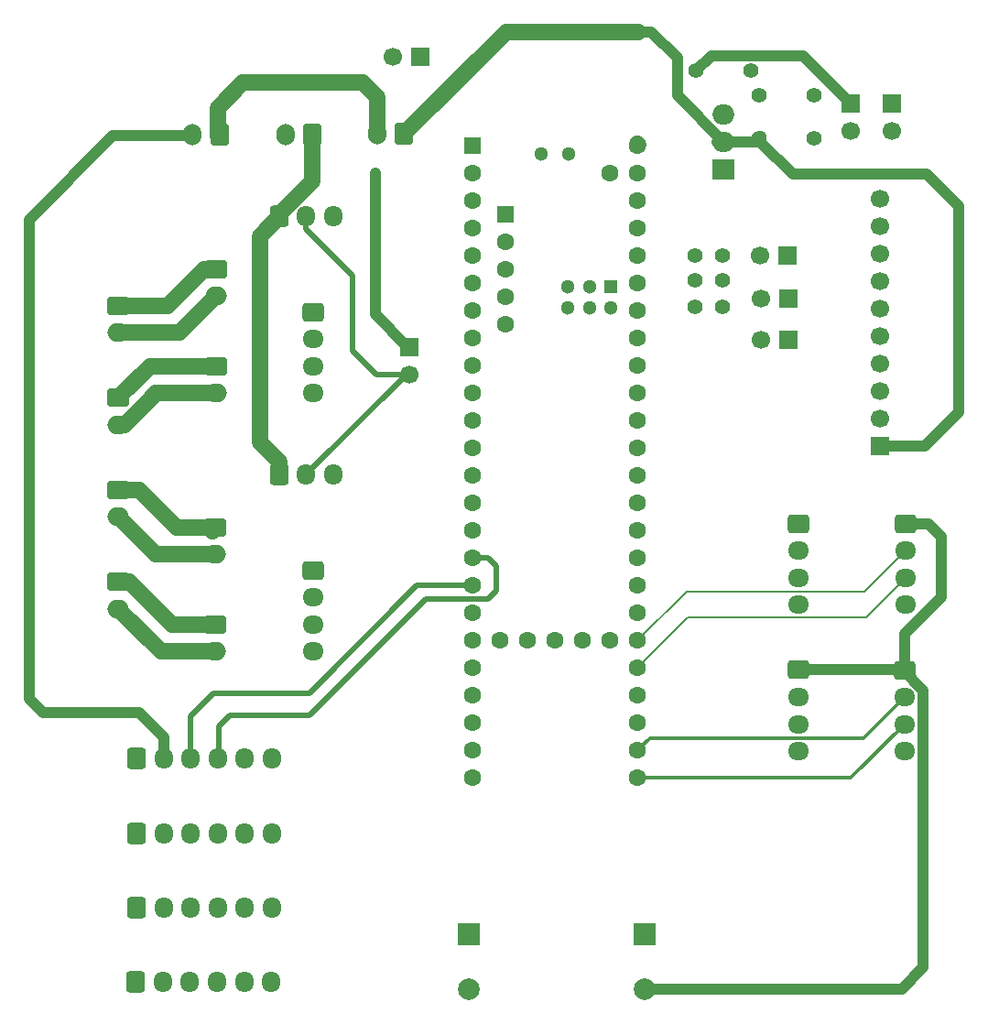
<source format=gbr>
%TF.GenerationSoftware,KiCad,Pcbnew,9.0.7-9.0.7~ubuntu22.04.1*%
%TF.CreationDate,2026-02-24T23:57:18+05:30*%
%TF.ProjectId,diff_drive_pcb,64696666-5f64-4726-9976-655f7063622e,V2.2*%
%TF.SameCoordinates,Original*%
%TF.FileFunction,Copper,L2,Bot*%
%TF.FilePolarity,Positive*%
%FSLAX46Y46*%
G04 Gerber Fmt 4.6, Leading zero omitted, Abs format (unit mm)*
G04 Created by KiCad (PCBNEW 9.0.7-9.0.7~ubuntu22.04.1) date 2026-02-24 23:57:18*
%MOMM*%
%LPD*%
G01*
G04 APERTURE LIST*
G04 Aperture macros list*
%AMRoundRect*
0 Rectangle with rounded corners*
0 $1 Rounding radius*
0 $2 $3 $4 $5 $6 $7 $8 $9 X,Y pos of 4 corners*
0 Add a 4 corners polygon primitive as box body*
4,1,4,$2,$3,$4,$5,$6,$7,$8,$9,$2,$3,0*
0 Add four circle primitives for the rounded corners*
1,1,$1+$1,$2,$3*
1,1,$1+$1,$4,$5*
1,1,$1+$1,$6,$7*
1,1,$1+$1,$8,$9*
0 Add four rect primitives between the rounded corners*
20,1,$1+$1,$2,$3,$4,$5,0*
20,1,$1+$1,$4,$5,$6,$7,0*
20,1,$1+$1,$6,$7,$8,$9,0*
20,1,$1+$1,$8,$9,$2,$3,0*%
G04 Aperture macros list end*
%TA.AperFunction,ComponentPad*%
%ADD10R,1.700000X1.700000*%
%TD*%
%TA.AperFunction,ComponentPad*%
%ADD11C,1.700000*%
%TD*%
%TA.AperFunction,ComponentPad*%
%ADD12RoundRect,0.250000X-0.725000X0.600000X-0.725000X-0.600000X0.725000X-0.600000X0.725000X0.600000X0*%
%TD*%
%TA.AperFunction,ComponentPad*%
%ADD13O,1.950000X1.700000*%
%TD*%
%TA.AperFunction,ComponentPad*%
%ADD14O,1.700000X1.950000*%
%TD*%
%TA.AperFunction,ComponentPad*%
%ADD15RoundRect,0.250000X-0.750000X0.600000X-0.750000X-0.600000X0.750000X-0.600000X0.750000X0.600000X0*%
%TD*%
%TA.AperFunction,ComponentPad*%
%ADD16O,2.000000X1.700000*%
%TD*%
%TA.AperFunction,ComponentPad*%
%ADD17RoundRect,0.250000X-0.600000X-0.725000X0.600000X-0.725000X0.600000X0.725000X-0.600000X0.725000X0*%
%TD*%
%TA.AperFunction,ComponentPad*%
%ADD18C,1.400000*%
%TD*%
%TA.AperFunction,ComponentPad*%
%ADD19C,2.000000*%
%TD*%
%TA.AperFunction,ComponentPad*%
%ADD20R,2.000000X2.000000*%
%TD*%
%TA.AperFunction,ComponentPad*%
%ADD21O,2.000000X1.905000*%
%TD*%
%TA.AperFunction,ComponentPad*%
%ADD22R,2.000000X1.905000*%
%TD*%
%TA.AperFunction,ComponentPad*%
%ADD23C,1.300000*%
%TD*%
%TA.AperFunction,ComponentPad*%
%ADD24R,1.300000X1.300000*%
%TD*%
%TA.AperFunction,ComponentPad*%
%ADD25C,1.600000*%
%TD*%
%TA.AperFunction,ComponentPad*%
%ADD26R,1.600000X1.600000*%
%TD*%
%TA.AperFunction,ComponentPad*%
%ADD27O,1.700000X2.000000*%
%TD*%
%TA.AperFunction,ComponentPad*%
%ADD28RoundRect,0.250000X0.600000X0.750000X-0.600000X0.750000X-0.600000X-0.750000X0.600000X-0.750000X0*%
%TD*%
%TA.AperFunction,ViaPad*%
%ADD29C,0.600000*%
%TD*%
%TA.AperFunction,ViaPad*%
%ADD30C,0.900000*%
%TD*%
%TA.AperFunction,Conductor*%
%ADD31C,1.500000*%
%TD*%
%TA.AperFunction,Conductor*%
%ADD32C,1.000000*%
%TD*%
%TA.AperFunction,Conductor*%
%ADD33C,0.500000*%
%TD*%
%TA.AperFunction,Conductor*%
%ADD34C,0.200000*%
%TD*%
%TA.AperFunction,Conductor*%
%ADD35C,0.300000*%
%TD*%
G04 APERTURE END LIST*
D10*
%TO.P,J11,1,Pin_1*%
%TO.N,uC_pwr*%
X141190000Y-64150000D03*
D11*
%TO.P,J11,2,Pin_2*%
%TO.N,+5V*%
X138650000Y-64150000D03*
%TD*%
D10*
%TO.P,J13,1,Pin_1*%
%TO.N,GND*%
X140180000Y-90990000D03*
D11*
%TO.P,J13,2,Pin_2*%
%TO.N,/Brk_sw*%
X140180000Y-93530000D03*
%TD*%
D12*
%TO.P,U1,1,M1A*%
%TO.N,M1_ctrl_A*%
X131270000Y-87780000D03*
D13*
%TO.P,U1,2,M1B*%
%TO.N,M1_ctrl_B*%
X131270000Y-90280000D03*
D14*
%TO.P,U1,4,GND*%
%TO.N,/Brk_sw*%
X130640000Y-78940000D03*
D13*
%TO.P,U1,5,M2A*%
%TO.N,M2_ctrl_A*%
X131270000Y-92780000D03*
%TO.P,U1,6,M2B*%
%TO.N,M2_ctrl_B*%
X131270000Y-95280000D03*
D15*
%TO.P,U1,7,M1+*%
%TO.N,/M1+*%
X122280000Y-83790000D03*
D16*
%TO.P,U1,8,M1-*%
%TO.N,/M1-*%
X122280000Y-86290000D03*
D15*
%TO.P,U1,9,M2+*%
%TO.N,/M2+*%
X122280000Y-92780000D03*
D16*
%TO.P,U1,10,M2-*%
%TO.N,/M2-*%
X122280000Y-95280000D03*
D17*
%TO.P,U1,11,+12V*%
%TO.N,+12V*%
X128140000Y-78940000D03*
D14*
%TO.P,U1,12,PGND*%
%TO.N,GND1*%
X133140000Y-78940000D03*
%TD*%
D12*
%TO.P,U2,1,M1A*%
%TO.N,M3_ctrl_A*%
X131250000Y-111635000D03*
D13*
%TO.P,U2,2,M1B*%
%TO.N,M3_ctrl_B*%
X131250000Y-114135000D03*
D14*
%TO.P,U2,4,GND*%
%TO.N,/Brk_sw*%
X130620000Y-102795000D03*
D13*
%TO.P,U2,5,M2A*%
%TO.N,M4_ctrl_A*%
X131250000Y-116635000D03*
%TO.P,U2,6,M2B*%
%TO.N,M4_ctrl_B*%
X131250000Y-119135000D03*
D15*
%TO.P,U2,7,M1+*%
%TO.N,/M3+*%
X122260000Y-107645000D03*
D16*
%TO.P,U2,8,M1-*%
%TO.N,/M3-*%
X122260000Y-110145000D03*
D15*
%TO.P,U2,9,M2+*%
%TO.N,/M4+*%
X122260000Y-116635000D03*
D16*
%TO.P,U2,10,M2-*%
%TO.N,/M4-*%
X122260000Y-119135000D03*
D17*
%TO.P,U2,11,+12V*%
%TO.N,+12V*%
X128120000Y-102795000D03*
D14*
%TO.P,U2,12,PGND*%
%TO.N,GND1*%
X133120000Y-102795000D03*
%TD*%
D11*
%TO.P,D4,2,A*%
%TO.N,Net-(D4-A)*%
X172645000Y-86560000D03*
D10*
%TO.P,D4,1,K*%
%TO.N,GND*%
X175185000Y-86560000D03*
%TD*%
D18*
%TO.P,R5,2*%
%TO.N,Net-(D6-A)*%
X177580000Y-67710000D03*
%TO.P,R5,1*%
%TO.N,+5V*%
X172500000Y-67710000D03*
%TD*%
%TO.P,R6,2*%
%TO.N,Net-(D7-A)*%
X177580000Y-71710000D03*
%TO.P,R6,1*%
%TO.N,+5V*%
X172500000Y-71710000D03*
%TD*%
%TO.P,R3,2*%
%TO.N,Net-(D5-A)*%
X169105000Y-87240000D03*
%TO.P,R3,1*%
%TO.N,STATUS_LED3*%
X166565000Y-87240000D03*
%TD*%
D11*
%TO.P,D7,2,A*%
%TO.N,Net-(D7-A)*%
X184750000Y-71000000D03*
D10*
%TO.P,D7,1,K*%
%TO.N,GND*%
X184750000Y-68460000D03*
%TD*%
D18*
%TO.P,R2,2*%
%TO.N,Net-(D4-A)*%
X169125000Y-84840000D03*
%TO.P,R2,1*%
%TO.N,STATUS_LED2*%
X166585000Y-84840000D03*
%TD*%
D11*
%TO.P,D5,2,A*%
%TO.N,Net-(D5-A)*%
X172665000Y-90290000D03*
D10*
%TO.P,D5,1,K*%
%TO.N,GND*%
X175205000Y-90290000D03*
%TD*%
D18*
%TO.P,R4,2*%
%TO.N,GND*%
X166670000Y-65460000D03*
%TO.P,R4,1*%
%TO.N,HEADLIGHTS*%
X171750000Y-65460000D03*
%TD*%
D19*
%TO.P,BZ1,2,-*%
%TO.N,GND*%
X145680000Y-150320000D03*
D20*
%TO.P,BZ1,1,+*%
%TO.N,Buzzer_ctl*%
X145680000Y-145320000D03*
%TD*%
D21*
%TO.P,Q2,3,S*%
%TO.N,GND*%
X169250000Y-69460000D03*
%TO.P,Q2,2,D*%
%TO.N,+5V*%
X169250000Y-72000000D03*
D22*
%TO.P,Q2,1,G*%
%TO.N,HEADLIGHTS*%
X169250000Y-74540000D03*
%TD*%
D23*
%TO.P,U3,67,D+*%
%TO.N,unconnected-(U3-D+-Pad67)*%
X152370000Y-73150000D03*
%TO.P,U3,66,D-*%
%TO.N,unconnected-(U3-D--Pad66)*%
X154910000Y-73150000D03*
%TO.P,U3,65,R-*%
%TO.N,unconnected-(U3-R--Pad65)*%
X158821600Y-87390000D03*
%TO.P,U3,64,GND*%
%TO.N,unconnected-(U3-GND-Pad64)*%
X156821600Y-87390000D03*
%TO.P,U3,63,T+*%
%TO.N,unconnected-(U3-T+-Pad63)*%
X154821600Y-87390000D03*
%TO.P,U3,62,T-*%
%TO.N,unconnected-(U3-T--Pad62)*%
X154821600Y-85390000D03*
%TO.P,U3,61,LED*%
%TO.N,unconnected-(U3-LED-Pad61)*%
X156821600Y-85390000D03*
D24*
%TO.P,U3,60,R+*%
%TO.N,unconnected-(U3-R+-Pad60)*%
X158821600Y-85390000D03*
D25*
%TO.P,U3,59,GND*%
%TO.N,unconnected-(U3-GND-Pad59)*%
X149070800Y-88879200D03*
%TO.P,U3,58,GND*%
%TO.N,unconnected-(U3-GND-Pad58)*%
X149070800Y-86339200D03*
%TO.P,U3,57,D+*%
%TO.N,unconnected-(U3-D+-Pad57)*%
X149070800Y-83799200D03*
%TO.P,U3,56,D-*%
%TO.N,unconnected-(U3-D--Pad56)*%
X149070800Y-81259200D03*
D26*
%TO.P,U3,55,5V*%
%TO.N,unconnected-(U3-5V-Pad55)*%
X149070800Y-78719200D03*
D25*
%TO.P,U3,54,ON_OFF*%
%TO.N,unconnected-(U3-ON_OFF-Pad54)*%
X158720000Y-118140000D03*
%TO.P,U3,53,PROGRAM*%
%TO.N,unconnected-(U3-PROGRAM-Pad53)*%
X156180000Y-118140000D03*
%TO.P,U3,52,GND*%
%TO.N,unconnected-(U3-GND-Pad52)*%
X153640000Y-118140000D03*
%TO.P,U3,51,3V3*%
%TO.N,unconnected-(U3-3V3-Pad51)*%
X151100000Y-118140000D03*
%TO.P,U3,50,VBAT*%
%TO.N,unconnected-(U3-VBAT-Pad50)*%
X148560000Y-118140000D03*
%TO.P,U3,49,VUSB*%
%TO.N,unconnected-(U3-VUSB-Pad49)*%
X158720000Y-74960000D03*
%TO.P,U3,48,VIN*%
%TO.N,uC_pwr*%
X161260000Y-72420000D03*
%TO.P,U3,47,GND*%
%TO.N,unconnected-(U3-GND-Pad47)*%
X161260000Y-74960000D03*
%TO.P,U3,46,3V3*%
%TO.N,+3V3*%
X161260000Y-77500000D03*
%TO.P,U3,45,23_A9_CRX1_MCLK1*%
%TO.N,unconnected-(U3-23_A9_CRX1_MCLK1-Pad45)*%
X161260000Y-80040000D03*
%TO.P,U3,44,22_A8_CTX1*%
%TO.N,HEADLIGHTS*%
X161260000Y-82580000D03*
%TO.P,U3,43,21_A7_RX5_BCLK1*%
%TO.N,STATUS_LED1*%
X161260000Y-85120000D03*
%TO.P,U3,42,20_A6_TX5_LRCLK1*%
%TO.N,STATUS_LED2*%
X161260000Y-87660000D03*
%TO.P,U3,41,19_A5_SCL*%
%TO.N,STATUS_LED3*%
X161260000Y-90200000D03*
%TO.P,U3,40,18_A4_SDA*%
%TO.N,unconnected-(U3-18_A4_SDA-Pad40)*%
X161260000Y-92740000D03*
%TO.P,U3,39,17_A3_TX4_SDA1*%
%TO.N,MPU_SDA*%
X161260000Y-95280000D03*
%TO.P,U3,38,16_A2_RX4_SCL1*%
%TO.N,MPU_SCL*%
X161260000Y-97820000D03*
%TO.P,U3,37,15_A1_RX3_SPDIF_IN*%
%TO.N,unconnected-(U3-15_A1_RX3_SPDIF_IN-Pad37)*%
X161260000Y-100360000D03*
%TO.P,U3,36,14_A0_TX3_SPDIF_OUT*%
%TO.N,unconnected-(U3-14_A0_TX3_SPDIF_OUT-Pad36)*%
X161260000Y-102900000D03*
%TO.P,U3,35,13_SCK_LED*%
%TO.N,unconnected-(U3-13_SCK_LED-Pad35)*%
X161260000Y-105440000D03*
%TO.P,U3,34,GND*%
%TO.N,unconnected-(U3-GND-Pad34)*%
X161260000Y-107980000D03*
%TO.P,U3,33,41_A17*%
%TO.N,unconnected-(U3-41_A17-Pad33)*%
X161260000Y-110520000D03*
%TO.P,U3,32,40_A16*%
%TO.N,M1_encB*%
X161260000Y-113060000D03*
%TO.P,U3,31,39_MISO1_OUT1A*%
%TO.N,M1_encA*%
X161260000Y-115600000D03*
%TO.P,U3,30,38_CS1_IN1*%
%TO.N,M2_encB*%
X161260000Y-118140000D03*
%TO.P,U3,29,37_CS*%
%TO.N,M2_encA*%
X161260000Y-120680000D03*
%TO.P,U3,28,36_CS*%
%TO.N,M3_encB*%
X161260000Y-123220000D03*
%TO.P,U3,27,35_TX8*%
%TO.N,M3_encA*%
X161260000Y-125760000D03*
%TO.P,U3,26,34_RX8*%
%TO.N,M4_encB*%
X161260000Y-128300000D03*
%TO.P,U3,25,33_MCLK2*%
%TO.N,M4_encA*%
X161260000Y-130840000D03*
%TO.P,U3,24,32_OUT1B*%
%TO.N,unconnected-(U3-32_OUT1B-Pad24)*%
X146020000Y-130840000D03*
%TO.P,U3,23,31_CTX3*%
%TO.N,Buzzer_ctl*%
X146020000Y-128300000D03*
%TO.P,U3,22,30_CRX3*%
%TO.N,XSHUT4*%
X146020000Y-125760000D03*
%TO.P,U3,21,29_TX7*%
%TO.N,XSHUT3*%
X146020000Y-123220000D03*
%TO.P,U3,20,28_RX7*%
%TO.N,XSHUT2*%
X146020000Y-120680000D03*
%TO.P,U3,19,27_A13_SCK1*%
%TO.N,XSHUT1*%
X146020000Y-118140000D03*
%TO.P,U3,18,26_A12_MOSI1*%
%TO.N,unconnected-(U3-26_A12_MOSI1-Pad18)*%
X146020000Y-115600000D03*
%TO.P,U3,17,25_A11_RX6_SDA2*%
%TO.N,TOF_SDA*%
X146020000Y-113060000D03*
%TO.P,U3,16,24_A10_TX6_SCL2*%
%TO.N,TOF_SCL*%
X146020000Y-110520000D03*
%TO.P,U3,15,3V3*%
%TO.N,unconnected-(U3-3V3-Pad15)*%
X146020000Y-107980000D03*
%TO.P,U3,14,12_MISO_MQSL*%
%TO.N,M4_ctrl_B*%
X146020000Y-105440000D03*
%TO.P,U3,13,11_MOSI_CTX1*%
%TO.N,M4_ctrl_A*%
X146020000Y-102900000D03*
%TO.P,U3,12,10_CS_MQSR*%
%TO.N,M3_ctrl_B*%
X146020000Y-100360000D03*
%TO.P,U3,11,9_OUT1C*%
%TO.N,M3_ctrl_A*%
X146020000Y-97820000D03*
%TO.P,U3,10,8_TX2_IN1*%
%TO.N,unconnected-(U3-8_TX2_IN1-Pad10)*%
X146020000Y-95280000D03*
%TO.P,U3,9,7_RX2_OUT1A*%
%TO.N,unconnected-(U3-7_RX2_OUT1A-Pad9)*%
X146020000Y-92740000D03*
%TO.P,U3,8,6_OUT1D*%
%TO.N,M2_ctrl_B*%
X146020000Y-90200000D03*
%TO.P,U3,7,5_IN2*%
%TO.N,M2_ctrl_A*%
X146020000Y-87660000D03*
%TO.P,U3,6,4_BCLK2*%
%TO.N,M1_ctrl_B*%
X146020000Y-85120000D03*
%TO.P,U3,5,3_LRCLK2*%
%TO.N,M1_ctrl_A*%
X146020000Y-82580000D03*
%TO.P,U3,4,2_OUT2*%
%TO.N,unconnected-(U3-2_OUT2-Pad4)*%
X146020000Y-80040000D03*
%TO.P,U3,3,1_TX1_CTX2_MISO1*%
%TO.N,unconnected-(U3-1_TX1_CTX2_MISO1-Pad3)*%
X146020000Y-77500000D03*
%TO.P,U3,2,0_RX1_CRX2_CS1*%
%TO.N,unconnected-(U3-0_RX1_CRX2_CS1-Pad2)*%
X146020000Y-74960000D03*
D26*
%TO.P,U3,1,GND*%
%TO.N,GND*%
X146020000Y-72420000D03*
%TD*%
D19*
%TO.P,BZ3,2,-*%
%TO.N,GND*%
X161930000Y-150320000D03*
D20*
%TO.P,BZ3,1,+*%
%TO.N,Buzzer_ctl*%
X161930000Y-145320000D03*
%TD*%
D11*
%TO.P,D6,2,A*%
%TO.N,Net-(D6-A)*%
X181000000Y-71000000D03*
D10*
%TO.P,D6,1,K*%
%TO.N,GND*%
X181000000Y-68460000D03*
%TD*%
D11*
%TO.P,D3,2,A*%
%TO.N,Net-(D3-A)*%
X172630000Y-82560000D03*
D10*
%TO.P,D3,1,K*%
%TO.N,GND*%
X175170000Y-82560000D03*
%TD*%
D18*
%TO.P,R1,2*%
%TO.N,Net-(D3-A)*%
X169145000Y-82560000D03*
%TO.P,R1,1*%
%TO.N,STATUS_LED1*%
X166605000Y-82560000D03*
%TD*%
D27*
%TO.P,J10,2,Pin_2*%
%TO.N,GND1*%
X128700000Y-71365000D03*
D28*
%TO.P,J10,1,Pin_1*%
%TO.N,+12V*%
X131200000Y-71365000D03*
%TD*%
D27*
%TO.P,J12,2,Pin_2*%
%TO.N,mc_power*%
X137188000Y-71307000D03*
D28*
%TO.P,J12,1,Pin_1*%
%TO.N,+5V*%
X139688000Y-71307000D03*
%TD*%
D27*
%TO.P,J9,2,Pin_2*%
%TO.N,GND*%
X120128000Y-71367000D03*
D28*
%TO.P,J9,1,Pin_1*%
%TO.N,mc_power*%
X122628000Y-71367000D03*
%TD*%
D16*
%TO.P,J7,2,Pin_2*%
%TO.N,/M4-*%
X113260000Y-115190000D03*
D15*
%TO.P,J7,1,Pin_1*%
%TO.N,/M4+*%
X113260000Y-112690000D03*
%TD*%
D16*
%TO.P,J5,2,Pin_2*%
%TO.N,/M3-*%
X113260000Y-106690000D03*
D15*
%TO.P,J5,1,Pin_1*%
%TO.N,/M3+*%
X113260000Y-104190000D03*
%TD*%
D16*
%TO.P,J3,2,Pin_2*%
%TO.N,/M2-*%
X113260000Y-98190000D03*
D15*
%TO.P,J3,1,Pin_1*%
%TO.N,/M2+*%
X113260000Y-95690000D03*
%TD*%
D16*
%TO.P,J1,2,Pin_2*%
%TO.N,/M1-*%
X113260000Y-89690000D03*
D15*
%TO.P,J1,1,Pin_1*%
%TO.N,/M1+*%
X113260000Y-87190000D03*
%TD*%
D13*
%TO.P,J2,4,Pin_4*%
%TO.N,+5V*%
X176128000Y-114839000D03*
%TO.P,J2,3,Pin_3*%
%TO.N,M1_encA*%
X176128000Y-112339000D03*
%TO.P,J2,2,Pin_2*%
%TO.N,M1_encB*%
X176128000Y-109839000D03*
D12*
%TO.P,J2,1,Pin_1*%
%TO.N,GND*%
X176128000Y-107339000D03*
%TD*%
D13*
%TO.P,J4,4,Pin_4*%
%TO.N,+5V*%
X186034000Y-114839000D03*
%TO.P,J4,3,Pin_3*%
%TO.N,M2_encA*%
X186034000Y-112339000D03*
%TO.P,J4,2,Pin_2*%
%TO.N,M2_encB*%
X186034000Y-109839000D03*
D12*
%TO.P,J4,1,Pin_1*%
%TO.N,GND*%
X186034000Y-107339000D03*
%TD*%
D13*
%TO.P,J6,4,Pin_4*%
%TO.N,+5V*%
X176120000Y-128350000D03*
%TO.P,J6,3,Pin_3*%
%TO.N,M3_encA*%
X176120000Y-125850000D03*
%TO.P,J6,2,Pin_2*%
%TO.N,M3_encB*%
X176120000Y-123350000D03*
D12*
%TO.P,J6,1,Pin_1*%
%TO.N,GND*%
X176120000Y-120850000D03*
%TD*%
D13*
%TO.P,J8,4,Pin_4*%
%TO.N,+5V*%
X185990000Y-128360000D03*
%TO.P,J8,3,Pin_3*%
%TO.N,M4_encA*%
X185990000Y-125860000D03*
%TO.P,J8,2,Pin_2*%
%TO.N,M4_encB*%
X185990000Y-123360000D03*
D12*
%TO.P,J8,1,Pin_1*%
%TO.N,GND*%
X185990000Y-120860000D03*
%TD*%
D14*
%TO.P,U4,6,XSHUT*%
%TO.N,XSHUT1*%
X127460000Y-129020000D03*
%TO.P,U4,5,GPIO1*%
%TO.N,unconnected-(U4-GPIO1-Pad5)*%
X124960000Y-129020000D03*
%TO.P,U4,4,SCL*%
%TO.N,TOF_SCL*%
X122460000Y-129020000D03*
%TO.P,U4,3,SDA*%
%TO.N,TOF_SDA*%
X119960000Y-129020000D03*
%TO.P,U4,2,GND*%
%TO.N,GND*%
X117460000Y-129020000D03*
D17*
%TO.P,U4,1,VCC*%
%TO.N,+5V*%
X114960000Y-129020000D03*
%TD*%
D14*
%TO.P,U5,6,XSHUT*%
%TO.N,XSHUT3*%
X127460000Y-142800000D03*
%TO.P,U5,5,GPIO1*%
%TO.N,unconnected-(U5-GPIO1-Pad5)*%
X124960000Y-142800000D03*
%TO.P,U5,4,SCL*%
%TO.N,TOF_SCL*%
X122460000Y-142800000D03*
%TO.P,U5,3,SDA*%
%TO.N,TOF_SDA*%
X119960000Y-142800000D03*
%TO.P,U5,2,GND*%
%TO.N,GND*%
X117460000Y-142800000D03*
D17*
%TO.P,U5,1,VCC*%
%TO.N,+5V*%
X114960000Y-142800000D03*
%TD*%
D14*
%TO.P,U6,6,XSHUT*%
%TO.N,XSHUT2*%
X127460000Y-135950000D03*
%TO.P,U6,5,GPIO1*%
%TO.N,unconnected-(U6-GPIO1-Pad5)*%
X124960000Y-135950000D03*
%TO.P,U6,4,SCL*%
%TO.N,TOF_SCL*%
X122460000Y-135950000D03*
%TO.P,U6,3,SDA*%
%TO.N,TOF_SDA*%
X119960000Y-135950000D03*
%TO.P,U6,2,GND*%
%TO.N,GND*%
X117460000Y-135950000D03*
D17*
%TO.P,U6,1,VCC*%
%TO.N,+5V*%
X114960000Y-135950000D03*
%TD*%
D14*
%TO.P,U7,6,XSHUT*%
%TO.N,XSHUT4*%
X127390000Y-149660000D03*
%TO.P,U7,5,GPIO1*%
%TO.N,unconnected-(U7-GPIO1-Pad5)*%
X124890000Y-149660000D03*
%TO.P,U7,4,SCL*%
%TO.N,TOF_SCL*%
X122390000Y-149660000D03*
%TO.P,U7,3,SDA*%
%TO.N,TOF_SDA*%
X119890000Y-149660000D03*
%TO.P,U7,2,GND*%
%TO.N,GND*%
X117390000Y-149660000D03*
D17*
%TO.P,U7,1,VCC*%
%TO.N,+5V*%
X114890000Y-149660000D03*
%TD*%
D11*
%TO.P,U8,10,FSYNC*%
%TO.N,unconnected-(U8-FSYNC-Pad10)*%
X183730000Y-77330000D03*
%TO.P,U8,9,NCS*%
%TO.N,unconnected-(U8-NCS-Pad9)*%
X183730000Y-79870000D03*
%TO.P,U8,8,INT*%
%TO.N,unconnected-(U8-INT-Pad8)*%
X183730000Y-82410000D03*
%TO.P,U8,7,ADD*%
%TO.N,unconnected-(U8-ADD-Pad7)*%
X183730000Y-84950000D03*
%TO.P,U8,6,ECL*%
%TO.N,unconnected-(U8-ECL-Pad6)*%
X183730000Y-87490000D03*
%TO.P,U8,5,EDA*%
%TO.N,unconnected-(U8-EDA-Pad5)*%
X183730000Y-90030000D03*
%TO.P,U8,4,SDA*%
%TO.N,MPU_SDA*%
X183730000Y-92570000D03*
%TO.P,U8,3,SCL*%
%TO.N,MPU_SCL*%
X183730000Y-95110000D03*
%TO.P,U8,2,GND*%
%TO.N,GND*%
X183730000Y-97650000D03*
D10*
%TO.P,U8,1,VCC*%
%TO.N,+5V*%
X183730000Y-100190000D03*
%TD*%
D29*
%TO.N,GND*%
X137000000Y-74870000D03*
D30*
%TO.N,+5V*%
X186828000Y-100151000D03*
%TD*%
D31*
%TO.N,+5V*%
X139688000Y-71307000D02*
X149125000Y-61870000D01*
X149125000Y-61870000D02*
X161350000Y-61870000D01*
%TO.N,uC_pwr*%
X161350000Y-72330000D02*
X161260000Y-72420000D01*
D32*
%TO.N,+5V*%
X169250000Y-72000000D02*
X164940000Y-67690000D01*
X164940000Y-67690000D02*
X164940000Y-64257919D01*
X164940000Y-64257919D02*
X162552081Y-61870000D01*
X162552081Y-61870000D02*
X161350000Y-61870000D01*
D31*
X168952081Y-72000000D02*
X169250000Y-72000000D01*
D33*
%TO.N,TOF_SCL*%
X146020000Y-110520000D02*
X147490000Y-110520000D01*
X147490000Y-110520000D02*
X148210000Y-111240000D01*
X148210000Y-111240000D02*
X148210000Y-113520000D01*
X122566000Y-128914000D02*
X122460000Y-129020000D01*
X148210000Y-113520000D02*
X147419000Y-114311000D01*
X147419000Y-114311000D02*
X141665000Y-114311000D01*
X130933000Y-125043000D02*
X123582000Y-125043000D01*
X141665000Y-114311000D02*
X130933000Y-125043000D01*
X123582000Y-125043000D02*
X122566000Y-126059000D01*
X122566000Y-126059000D02*
X122566000Y-128914000D01*
%TO.N,TOF_SDA*%
X119960000Y-129020000D02*
X119960000Y-125109000D01*
X140884000Y-113060000D02*
X146020000Y-113060000D01*
X119960000Y-125109000D02*
X122058000Y-123011000D01*
X130933000Y-123011000D02*
X140884000Y-113060000D01*
X122058000Y-123011000D02*
X130933000Y-123011000D01*
D31*
%TO.N,+12V*%
X131200000Y-71365000D02*
X131200000Y-75708001D01*
X131200000Y-75708001D02*
X128140000Y-78768001D01*
X128140000Y-78768001D02*
X128140000Y-78940000D01*
X128140000Y-78940000D02*
X126360000Y-80720000D01*
X126360000Y-80720000D02*
X126360000Y-99790000D01*
X126360000Y-99790000D02*
X128120000Y-101550000D01*
X128120000Y-101550000D02*
X128120000Y-102795000D01*
D33*
%TO.N,/Brk_sw*%
X130640000Y-78940000D02*
X130640000Y-80120000D01*
X130640000Y-80120000D02*
X134930000Y-84410000D01*
X134930000Y-84410000D02*
X134930000Y-91380000D01*
X134930000Y-91380000D02*
X137090000Y-93540000D01*
X137090000Y-93540000D02*
X140000000Y-93540000D01*
X140000000Y-93540000D02*
X139875000Y-93540000D01*
X139875000Y-93540000D02*
X130620000Y-102795000D01*
D34*
X140000000Y-93500000D02*
X140330000Y-93170000D01*
X140000000Y-93540000D02*
X140000000Y-93500000D01*
D32*
%TO.N,GND*%
X140000000Y-91000000D02*
X137000000Y-88000000D01*
X137000000Y-88000000D02*
X137000000Y-74930000D01*
D31*
%TO.N,uC_pwr*%
X161260000Y-72420000D02*
X161260000Y-72180000D01*
D32*
%TO.N,+5V*%
X169250000Y-72000000D02*
X172632000Y-72000000D01*
X172632000Y-72000000D02*
X175632000Y-75000000D01*
X175632000Y-75000000D02*
X188000000Y-75000000D01*
X188000000Y-75000000D02*
X191000000Y-78000000D01*
X191000000Y-78000000D02*
X191000000Y-97000000D01*
X187810000Y-100190000D02*
X183730000Y-100190000D01*
X191000000Y-97000000D02*
X187810000Y-100190000D01*
%TO.N,GND*%
X120298000Y-71267000D02*
X120116000Y-71449000D01*
X105000000Y-123479000D02*
X106310000Y-124789000D01*
X106310000Y-124789000D02*
X115204000Y-124789000D01*
X115204000Y-124789000D02*
X117460000Y-127045000D01*
X117460000Y-127045000D02*
X117460000Y-129020000D01*
X120116000Y-71449000D02*
X112756000Y-71449000D01*
X112756000Y-71449000D02*
X105000000Y-79205000D01*
X105000000Y-79205000D02*
X105000000Y-123479000D01*
D31*
%TO.N,/M4-*%
X113260000Y-115190000D02*
X117205000Y-119135000D01*
X117205000Y-119135000D02*
X122260000Y-119135000D01*
%TO.N,/M4+*%
X113260000Y-112690000D02*
X114260000Y-112690000D01*
X118205000Y-116635000D02*
X122260000Y-116635000D01*
X114260000Y-112690000D02*
X118205000Y-116635000D01*
%TO.N,/M3-*%
X113260000Y-106690000D02*
X116715000Y-110145000D01*
X116715000Y-110145000D02*
X122260000Y-110145000D01*
%TO.N,/M3+*%
X122260000Y-107645000D02*
X118645000Y-107645000D01*
X118645000Y-107645000D02*
X115190000Y-104190000D01*
X115190000Y-104190000D02*
X113260000Y-104190000D01*
X122260000Y-107740000D02*
X122000000Y-108000000D01*
X122260000Y-107645000D02*
X122260000Y-107740000D01*
%TO.N,/M1+*%
X122280000Y-83790000D02*
X121210000Y-83790000D01*
X121210000Y-83790000D02*
X117810000Y-87190000D01*
X117810000Y-87190000D02*
X113260000Y-87190000D01*
%TO.N,/M1-*%
X113260000Y-89690000D02*
X118880000Y-89690000D01*
X118880000Y-89690000D02*
X122280000Y-86290000D01*
%TO.N,/M2-*%
X116710000Y-95280000D02*
X122280000Y-95280000D01*
%TO.N,/M2+*%
X113260000Y-95690000D02*
X116170000Y-92780000D01*
X116170000Y-92780000D02*
X116170000Y-92830000D01*
X116170000Y-92830000D02*
X116220000Y-92780000D01*
X116220000Y-92780000D02*
X122280000Y-92780000D01*
D32*
%TO.N,+5V*%
X169250000Y-72000000D02*
X169215000Y-72000000D01*
X169215000Y-72000000D02*
X169147000Y-72068000D01*
X172553000Y-71710000D02*
X172703000Y-71560000D01*
X169147000Y-72068000D02*
X168639000Y-72068000D01*
X172500000Y-71710000D02*
X172553000Y-71710000D01*
D35*
%TO.N,MPU_SDA*%
X161260000Y-95280000D02*
X161383000Y-95280000D01*
X161383000Y-95280000D02*
X161428000Y-95325000D01*
D31*
%TO.N,mc_power*%
X135830024Y-66563000D02*
X137188000Y-67920976D01*
X137188000Y-67920976D02*
X137188000Y-71307000D01*
X124767844Y-66563000D02*
X135830024Y-66563000D01*
X122448000Y-71537000D02*
X122448000Y-68882844D01*
D32*
%TO.N,GND*%
X185681000Y-150320000D02*
X161930000Y-150320000D01*
X166670000Y-65460000D02*
X168071000Y-64059000D01*
X185798445Y-120850000D02*
X187666000Y-122717555D01*
%TO.N,GND1*%
X128700000Y-71365000D02*
X128616000Y-71449000D01*
D34*
%TO.N,GND*%
X120128000Y-71367000D02*
X120198000Y-71367000D01*
D32*
X186034000Y-107339000D02*
X188174000Y-107339000D01*
X168071000Y-64059000D02*
X176599000Y-64059000D01*
X185990000Y-117499000D02*
X185990000Y-120860000D01*
X176120000Y-120850000D02*
X185798445Y-120850000D01*
X187666000Y-148335000D02*
X185681000Y-150320000D01*
X189368000Y-108533000D02*
X189368000Y-114121000D01*
X189368000Y-114121000D02*
X185990000Y-117499000D01*
X187666000Y-122717555D02*
X187666000Y-148335000D01*
D34*
X120198000Y-71367000D02*
X120298000Y-71267000D01*
D32*
X188174000Y-107339000D02*
X189368000Y-108533000D01*
X176599000Y-64059000D02*
X181000000Y-68460000D01*
D31*
%TO.N,/M2-*%
X116710000Y-95280000D02*
X116030000Y-95960000D01*
X116030000Y-95975398D02*
X113815398Y-98190000D01*
D34*
%TO.N,M2_encA*%
X182383000Y-115990000D02*
X165950000Y-115990000D01*
X165950000Y-115990000D02*
X161260000Y-120680000D01*
X186034000Y-112339000D02*
X182383000Y-115990000D01*
%TO.N,M2_encB*%
X186034000Y-109839000D02*
X185848000Y-109839000D01*
X186034000Y-109839000D02*
X182260000Y-113613000D01*
X165787000Y-113613000D02*
X161260000Y-118140000D01*
X185848000Y-109839000D02*
X185812000Y-109803000D01*
X182260000Y-113613000D02*
X165787000Y-113613000D01*
D35*
%TO.N,M4_encB*%
X182201000Y-127149000D02*
X162411000Y-127149000D01*
X162411000Y-127149000D02*
X161260000Y-128300000D01*
X185990000Y-123360000D02*
X182201000Y-127149000D01*
%TO.N,M4_encA*%
X185990000Y-125860000D02*
X181010000Y-130840000D01*
X181010000Y-130840000D02*
X161260000Y-130840000D01*
D31*
%TO.N,mc_power*%
X122448000Y-68882844D02*
X124767844Y-66563000D01*
%TD*%
M02*

</source>
